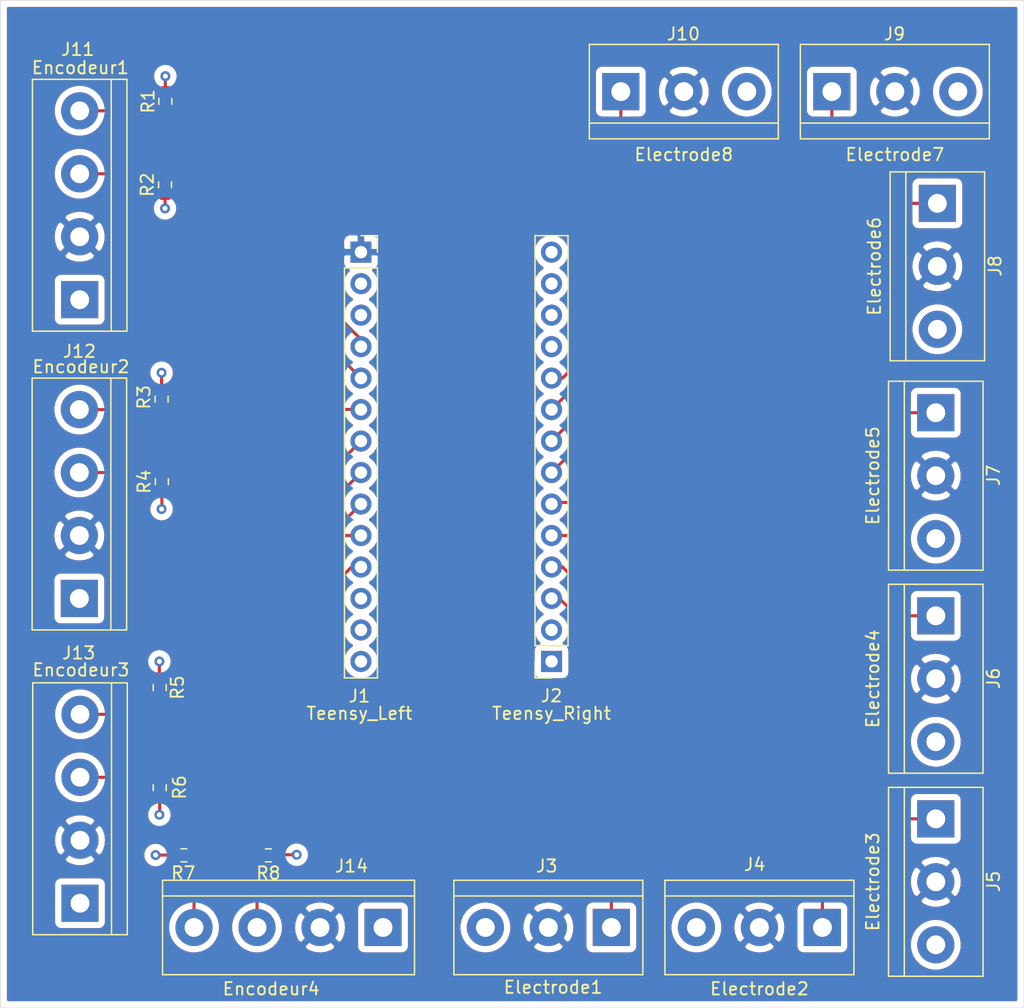
<source format=kicad_pcb>
(kicad_pcb (version 20171130) (host pcbnew "(5.1.10)-1")
  (layers (0 Top signal) (1 GND power hide) (2 5V power hide) (31 Bottom signal hide) (34 B.Paste user) (35 F.Paste user) (36 B.SilkS user) (37 F.SilkS user) (38 B.Mask user) (39 F.Mask user) (44 Edge.Cuts user))
  (net 0 "")
  (net 1 Encodeur4_green)
  (net 2 Encodeur4_red)
  (net 3 Encodeur3_green)
  (net 4 Encodeur3_red)
  (net 5 Encodeur2_green)
  (net 6 Encodeur2_red)
  (net 7 Encodeur1_green)
  (net 8 Encodeur1_red)
  (net 9 GND)
  (net 10 +5V)
  (net 11 +3V3)
  (net 12 Electrode1_signal)
  (net 13 Electrode2_signal)
  (net 14 Electrode8_signal)
  (net 15 Electrode7_signal)
  (net 16 Electrode6_signal)
  (net 17 Electrode5_signal)
  (net 18 Electrode4_signal)
  (net 19 Electrode3_signal)
  (net 20 "Net-(J1-Pad14)")
  (net 21 "Net-(J1-Pad13)")
  (net 22 "Net-(J1-Pad12)")
  (net 23 "Net-(J1-Pad3)")
  (net 24 "Net-(J1-Pad2)")
  (net 25 "Net-(J2-Pad13)")
  (net 26 "Net-(J2-Pad11)")
  (net 27 "Net-(J2-Pad2)")
  (net 28 "Net-(J2-Pad1)")
  (module Connector_PinSocket_2.54mm:PinSocket_1x14_P2.54mm_Vertical (layer Top) (at 140.97 86.36 180)
    (fp_text reference J2 (at 0 -2.77) (layer F.SilkS))
    (fp_text value Teensy_Right (at 0 -4.191) (layer F.SilkS))
    (fp_line (start 0 -1.33) (end 1.33 -1.33) (layer F.SilkS) (width 0.12))
    (fp_line (start 1.33 -1.33) (end 1.33 0) (layer F.SilkS) (width 0.12))
    (fp_line (start 1.33 1.27) (end 1.33 34.35) (layer F.SilkS) (width 0.12))
    (fp_line (start -1.33 34.35) (end 1.33 34.35) (layer F.SilkS) (width 0.12))
    (fp_line (start -1.33 1.27) (end -1.33 34.35) (layer F.SilkS) (width 0.12))
    (fp_line (start -1.33 1.27) (end 1.33 1.27) (layer F.SilkS) (width 0.12))
    (pad 14 thru_hole oval (at 0 33.02 180) (size 1.7 1.7) (drill 1) (layers *.Cu *.Mask) (net 10 +5V))
    (pad 13 thru_hole oval (at 0 30.48 180) (size 1.7 1.7) (drill 1) (layers *.Cu *.Mask) (net 25 "Net-(J2-Pad13)"))
    (pad 12 thru_hole oval (at 0 27.94 180) (size 1.7 1.7) (drill 1) (layers *.Cu *.Mask) (net 11 +3V3))
    (pad 11 thru_hole oval (at 0 25.4 180) (size 1.7 1.7) (drill 1) (layers *.Cu *.Mask) (net 26 "Net-(J2-Pad11)"))
    (pad 10 thru_hole oval (at 0 22.86 180) (size 1.7 1.7) (drill 1) (layers *.Cu *.Mask) (net 14 Electrode8_signal))
    (pad 9 thru_hole oval (at 0 20.32 180) (size 1.7 1.7) (drill 1) (layers *.Cu *.Mask) (net 15 Electrode7_signal))
    (pad 8 thru_hole oval (at 0 17.78 180) (size 1.7 1.7) (drill 1) (layers *.Cu *.Mask) (net 16 Electrode6_signal))
    (pad 7 thru_hole oval (at 0 15.24 180) (size 1.7 1.7) (drill 1) (layers *.Cu *.Mask) (net 17 Electrode5_signal))
    (pad 6 thru_hole oval (at 0 12.7 180) (size 1.7 1.7) (drill 1) (layers *.Cu *.Mask) (net 18 Electrode4_signal))
    (pad 5 thru_hole oval (at 0 10.16 180) (size 1.7 1.7) (drill 1) (layers *.Cu *.Mask) (net 19 Electrode3_signal))
    (pad 4 thru_hole oval (at 0 7.62 180) (size 1.7 1.7) (drill 1) (layers *.Cu *.Mask) (net 13 Electrode2_signal))
    (pad 3 thru_hole oval (at 0 5.08 180) (size 1.7 1.7) (drill 1) (layers *.Cu *.Mask) (net 12 Electrode1_signal))
    (pad 2 thru_hole oval (at 0 2.54 180) (size 1.7 1.7) (drill 1) (layers *.Cu *.Mask) (net 27 "Net-(J2-Pad2)"))
    (pad 1 thru_hole rect (at 0 0 180) (size 1.7 1.7) (drill 1) (layers *.Cu *.Mask) (net 28 "Net-(J2-Pad1)"))
  )
  (module TerminalBlock:TerminalBlock_bornier-3_P5.08mm (layer Top) (at 171.958 66.294 270)
    (fp_text reference J7 (at 5.05 -4.65 90) (layer F.SilkS))
    (fp_text value Electrode5 (at 5.08 5.08 90) (layer F.SilkS))
    (fp_line (start -2.54 3.81) (end 12.7 3.81) (layer F.SilkS) (width 0.12))
    (fp_line (start -2.54 -3.81) (end 12.7 -3.81) (layer F.SilkS) (width 0.12))
    (fp_line (start -2.54 2.54) (end 12.7 2.54) (layer F.SilkS) (width 0.12))
    (fp_line (start 12.7 3.81) (end 12.7 -3.81) (layer F.SilkS) (width 0.12))
    (fp_line (start -2.54 3.81) (end -2.54 -3.81) (layer F.SilkS) (width 0.12))
    (pad 3 thru_hole circle (at 10.16 0 270) (size 3 3) (drill 1.52) (layers *.Cu *.Mask) (net 11 +3V3))
    (pad 2 thru_hole circle (at 5.08 0 270) (size 3 3) (drill 1.52) (layers *.Cu *.Mask) (net 9 GND))
    (pad 1 thru_hole rect (at 0 0 270) (size 3 3) (drill 1.52) (layers *.Cu *.Mask) (net 17 Electrode5_signal))
  )
  (module Connector_PinSocket_2.54mm:PinSocket_1x14_P2.54mm_Vertical (layer Top) (at 125.603 53.34)
    (fp_text reference J1 (at -0.127 35.814) (layer F.SilkS))
    (fp_text value Teensy_Left (at -0.127 37.211) (layer F.SilkS))
    (fp_line (start 0 -1.33) (end 1.33 -1.33) (layer F.SilkS) (width 0.12))
    (fp_line (start 1.33 -1.33) (end 1.33 0) (layer F.SilkS) (width 0.12))
    (fp_line (start 1.33 1.27) (end 1.33 34.35) (layer F.SilkS) (width 0.12))
    (fp_line (start -1.33 34.35) (end 1.33 34.35) (layer F.SilkS) (width 0.12))
    (fp_line (start -1.33 1.27) (end -1.33 34.35) (layer F.SilkS) (width 0.12))
    (fp_line (start -1.33 1.27) (end 1.33 1.27) (layer F.SilkS) (width 0.12))
    (pad 14 thru_hole oval (at 0 33.02) (size 1.7 1.7) (drill 1) (layers *.Cu *.Mask) (net 20 "Net-(J1-Pad14)"))
    (pad 13 thru_hole oval (at 0 30.48) (size 1.7 1.7) (drill 1) (layers *.Cu *.Mask) (net 21 "Net-(J1-Pad13)"))
    (pad 12 thru_hole oval (at 0 27.94) (size 1.7 1.7) (drill 1) (layers *.Cu *.Mask) (net 22 "Net-(J1-Pad12)"))
    (pad 11 thru_hole oval (at 0 25.4) (size 1.7 1.7) (drill 1) (layers *.Cu *.Mask) (net 1 Encodeur4_green))
    (pad 10 thru_hole oval (at 0 22.86) (size 1.7 1.7) (drill 1) (layers *.Cu *.Mask) (net 2 Encodeur4_red))
    (pad 9 thru_hole oval (at 0 20.32) (size 1.7 1.7) (drill 1) (layers *.Cu *.Mask) (net 3 Encodeur3_green))
    (pad 8 thru_hole oval (at 0 17.78) (size 1.7 1.7) (drill 1) (layers *.Cu *.Mask) (net 4 Encodeur3_red))
    (pad 7 thru_hole oval (at 0 15.24) (size 1.7 1.7) (drill 1) (layers *.Cu *.Mask) (net 5 Encodeur2_green))
    (pad 6 thru_hole oval (at 0 12.7) (size 1.7 1.7) (drill 1) (layers *.Cu *.Mask) (net 6 Encodeur2_red))
    (pad 5 thru_hole oval (at 0 10.16) (size 1.7 1.7) (drill 1) (layers *.Cu *.Mask) (net 7 Encodeur1_green))
    (pad 4 thru_hole oval (at 0 7.62) (size 1.7 1.7) (drill 1) (layers *.Cu *.Mask) (net 8 Encodeur1_red))
    (pad 3 thru_hole oval (at 0 5.08) (size 1.7 1.7) (drill 1) (layers *.Cu *.Mask) (net 23 "Net-(J1-Pad3)"))
    (pad 2 thru_hole oval (at 0 2.54) (size 1.7 1.7) (drill 1) (layers *.Cu *.Mask) (net 24 "Net-(J1-Pad2)"))
    (pad 1 thru_hole rect (at 0 0) (size 1.7 1.7) (drill 1) (layers *.Cu *.Mask) (net 9 GND))
  )
  (module TerminalBlock:TerminalBlock_bornier-3_P5.08mm (layer Top) (at 146.558 40.386)
    (fp_text reference J10 (at 5.05 -4.65) (layer F.SilkS))
    (fp_text value Electrode8 (at 5.08 5.08) (layer F.SilkS))
    (fp_line (start -2.54 3.81) (end 12.7 3.81) (layer F.SilkS) (width 0.12))
    (fp_line (start -2.54 -3.81) (end 12.7 -3.81) (layer F.SilkS) (width 0.12))
    (fp_line (start -2.54 2.54) (end 12.7 2.54) (layer F.SilkS) (width 0.12))
    (fp_line (start 12.7 3.81) (end 12.7 -3.81) (layer F.SilkS) (width 0.12))
    (fp_line (start -2.54 3.81) (end -2.54 -3.81) (layer F.SilkS) (width 0.12))
    (pad 3 thru_hole circle (at 10.16 0) (size 3 3) (drill 1.52) (layers *.Cu *.Mask) (net 11 +3V3))
    (pad 2 thru_hole circle (at 5.08 0) (size 3 3) (drill 1.52) (layers *.Cu *.Mask) (net 9 GND))
    (pad 1 thru_hole rect (at 0 0) (size 3 3) (drill 1.52) (layers *.Cu *.Mask) (net 14 Electrode8_signal))
  )
  (module TerminalBlock:TerminalBlock_bornier-3_P5.08mm (layer Top) (at 163.576 40.386)
    (fp_text reference J9 (at 5.05 -4.65) (layer F.SilkS))
    (fp_text value Electrode7 (at 5.08 5.08) (layer F.SilkS))
    (fp_line (start -2.54 3.81) (end 12.7 3.81) (layer F.SilkS) (width 0.12))
    (fp_line (start -2.54 -3.81) (end 12.7 -3.81) (layer F.SilkS) (width 0.12))
    (fp_line (start -2.54 2.54) (end 12.7 2.54) (layer F.SilkS) (width 0.12))
    (fp_line (start 12.7 3.81) (end 12.7 -3.81) (layer F.SilkS) (width 0.12))
    (fp_line (start -2.54 3.81) (end -2.54 -3.81) (layer F.SilkS) (width 0.12))
    (pad 3 thru_hole circle (at 10.16 0) (size 3 3) (drill 1.52) (layers *.Cu *.Mask) (net 11 +3V3))
    (pad 2 thru_hole circle (at 5.08 0) (size 3 3) (drill 1.52) (layers *.Cu *.Mask) (net 9 GND))
    (pad 1 thru_hole rect (at 0 0) (size 3 3) (drill 1.52) (layers *.Cu *.Mask) (net 15 Electrode7_signal))
  )
  (module TerminalBlock:TerminalBlock_bornier-3_P5.08mm (layer Top) (at 172.085 49.403 270)
    (fp_text reference J8 (at 5.05 -4.65 90) (layer F.SilkS))
    (fp_text value Electrode6 (at 5.08 5.08 90) (layer F.SilkS))
    (fp_line (start -2.54 3.81) (end 12.7 3.81) (layer F.SilkS) (width 0.12))
    (fp_line (start -2.54 -3.81) (end 12.7 -3.81) (layer F.SilkS) (width 0.12))
    (fp_line (start -2.54 2.54) (end 12.7 2.54) (layer F.SilkS) (width 0.12))
    (fp_line (start 12.7 3.81) (end 12.7 -3.81) (layer F.SilkS) (width 0.12))
    (fp_line (start -2.54 3.81) (end -2.54 -3.81) (layer F.SilkS) (width 0.12))
    (pad 3 thru_hole circle (at 10.16 0 270) (size 3 3) (drill 1.52) (layers *.Cu *.Mask) (net 11 +3V3))
    (pad 2 thru_hole circle (at 5.08 0 270) (size 3 3) (drill 1.52) (layers *.Cu *.Mask) (net 9 GND))
    (pad 1 thru_hole rect (at 0 0 270) (size 3 3) (drill 1.52) (layers *.Cu *.Mask) (net 16 Electrode6_signal))
  )
  (module TerminalBlock:TerminalBlock_bornier-3_P5.08mm (layer Top) (at 171.958 82.677 270)
    (fp_text reference J6 (at 5.05 -4.65 90) (layer F.SilkS))
    (fp_text value Electrode4 (at 5.08 5.08 90) (layer F.SilkS))
    (fp_line (start -2.54 3.81) (end 12.7 3.81) (layer F.SilkS) (width 0.12))
    (fp_line (start -2.54 -3.81) (end 12.7 -3.81) (layer F.SilkS) (width 0.12))
    (fp_line (start -2.54 2.54) (end 12.7 2.54) (layer F.SilkS) (width 0.12))
    (fp_line (start 12.7 3.81) (end 12.7 -3.81) (layer F.SilkS) (width 0.12))
    (fp_line (start -2.54 3.81) (end -2.54 -3.81) (layer F.SilkS) (width 0.12))
    (pad 3 thru_hole circle (at 10.16 0 270) (size 3 3) (drill 1.52) (layers *.Cu *.Mask) (net 11 +3V3))
    (pad 2 thru_hole circle (at 5.08 0 270) (size 3 3) (drill 1.52) (layers *.Cu *.Mask) (net 9 GND))
    (pad 1 thru_hole rect (at 0 0 270) (size 3 3) (drill 1.52) (layers *.Cu *.Mask) (net 18 Electrode4_signal))
  )
  (module TerminalBlock:TerminalBlock_bornier-3_P5.08mm (layer Top) (at 171.958 99.06 270)
    (fp_text reference J5 (at 5.05 -4.65 90) (layer F.SilkS))
    (fp_text value Electrode3 (at 5.08 5.08 90) (layer F.SilkS))
    (fp_line (start -2.54 3.81) (end 12.7 3.81) (layer F.SilkS) (width 0.12))
    (fp_line (start -2.54 -3.81) (end 12.7 -3.81) (layer F.SilkS) (width 0.12))
    (fp_line (start -2.54 2.54) (end 12.7 2.54) (layer F.SilkS) (width 0.12))
    (fp_line (start 12.7 3.81) (end 12.7 -3.81) (layer F.SilkS) (width 0.12))
    (fp_line (start -2.54 3.81) (end -2.54 -3.81) (layer F.SilkS) (width 0.12))
    (pad 3 thru_hole circle (at 10.16 0 270) (size 3 3) (drill 1.52) (layers *.Cu *.Mask) (net 11 +3V3))
    (pad 2 thru_hole circle (at 5.08 0 270) (size 3 3) (drill 1.52) (layers *.Cu *.Mask) (net 9 GND))
    (pad 1 thru_hole rect (at 0 0 270) (size 3 3) (drill 1.52) (layers *.Cu *.Mask) (net 19 Electrode3_signal))
  )
  (module Resistor_SMD:R_0603_1608Metric (layer Top) (at 118.1354 102.0064 180)
    (fp_text reference R8 (at 0 -1.43) (layer F.SilkS))
    (fp_text value 10k)
    (fp_line (start -0.237258 -0.5225) (end 0.237258 -0.5225) (layer F.SilkS) (width 0.12))
    (fp_line (start -0.237258 0.5225) (end 0.237258 0.5225) (layer F.SilkS) (width 0.12))
    (pad 2 smd roundrect (at 0.825 0 180) (size 0.8 0.95) (layers Top F.Paste F.Mask) (net 1 Encodeur4_green))
    (pad 1 smd roundrect (at -0.825 0 180) (size 0.8 0.95) (layers Top F.Paste F.Mask) (net 10 +5V))
  )
  (module Resistor_SMD:R_0603_1608Metric (layer Top) (at 111.3282 102.0064)
    (fp_text reference R7 (at -0.0508 1.4224) (layer F.SilkS))
    (fp_text value 10k)
    (fp_line (start -0.237258 -0.5225) (end 0.237258 -0.5225) (layer F.SilkS) (width 0.12))
    (fp_line (start -0.237258 0.5225) (end 0.237258 0.5225) (layer F.SilkS) (width 0.12))
    (pad 2 smd roundrect (at 0.825 0) (size 0.8 0.95) (layers Top F.Paste F.Mask) (net 2 Encodeur4_red))
    (pad 1 smd roundrect (at -0.825 0) (size 0.8 0.95) (layers Top F.Paste F.Mask) (net 10 +5V))
  )
  (module Resistor_SMD:R_0603_1608Metric (layer Top) (at 109.3724 96.5454 90)
    (fp_text reference R6 (at 0.0254 1.6002 90) (layer F.SilkS))
    (fp_text value 10k)
    (fp_line (start -0.237258 -0.5225) (end 0.237258 -0.5225) (layer F.SilkS) (width 0.12))
    (fp_line (start -0.237258 0.5225) (end 0.237258 0.5225) (layer F.SilkS) (width 0.12))
    (pad 2 smd roundrect (at 0.825 0 90) (size 0.8 0.95) (layers Top F.Paste F.Mask) (net 3 Encodeur3_green))
    (pad 1 smd roundrect (at -0.825 0 90) (size 0.8 0.95) (layers Top F.Paste F.Mask) (net 10 +5V))
  )
  (module Resistor_SMD:R_0603_1608Metric (layer Top) (at 109.3724 88.4682 270)
    (fp_text reference R5 (at 0 -1.43 90) (layer F.SilkS))
    (fp_text value 10k)
    (fp_line (start -0.237258 -0.5225) (end 0.237258 -0.5225) (layer F.SilkS) (width 0.12))
    (fp_line (start -0.237258 0.5225) (end 0.237258 0.5225) (layer F.SilkS) (width 0.12))
    (pad 2 smd roundrect (at 0.825 0 270) (size 0.8 0.95) (layers Top F.Paste F.Mask) (net 4 Encodeur3_red))
    (pad 1 smd roundrect (at -0.825 0 270) (size 0.8 0.95) (layers Top F.Paste F.Mask) (net 10 +5V))
  )
  (module Resistor_SMD:R_0603_1608Metric (layer Top) (at 109.5502 71.8566 90)
    (fp_text reference R4 (at 0 -1.43 90) (layer F.SilkS))
    (fp_text value 10k)
    (fp_line (start -0.237258 -0.5225) (end 0.237258 -0.5225) (layer F.SilkS) (width 0.12))
    (fp_line (start -0.237258 0.5225) (end 0.237258 0.5225) (layer F.SilkS) (width 0.12))
    (pad 2 smd roundrect (at 0.825 0 90) (size 0.8 0.95) (layers Top F.Paste F.Mask) (net 5 Encodeur2_green))
    (pad 1 smd roundrect (at -0.825 0 90) (size 0.8 0.95) (layers Top F.Paste F.Mask) (net 10 +5V))
  )
  (module Resistor_SMD:R_0603_1608Metric (layer Top) (at 109.5248 65.2018 270)
    (fp_text reference R3 (at -0.1524 1.4224 90) (layer F.SilkS))
    (fp_text value 10k)
    (fp_line (start -0.237258 -0.5225) (end 0.237258 -0.5225) (layer F.SilkS) (width 0.12))
    (fp_line (start -0.237258 0.5225) (end 0.237258 0.5225) (layer F.SilkS) (width 0.12))
    (pad 2 smd roundrect (at 0.825 0 270) (size 0.8 0.95) (layers Top F.Paste F.Mask) (net 6 Encodeur2_red))
    (pad 1 smd roundrect (at -0.825 0 270) (size 0.8 0.95) (layers Top F.Paste F.Mask) (net 10 +5V))
  )
  (module Resistor_SMD:R_0603_1608Metric (layer Top) (at 109.8042 47.9044 90)
    (fp_text reference R2 (at 0 -1.43 90) (layer F.SilkS))
    (fp_text value 10k)
    (fp_line (start -0.237258 -0.5225) (end 0.237258 -0.5225) (layer F.SilkS) (width 0.12))
    (fp_line (start -0.237258 0.5225) (end 0.237258 0.5225) (layer F.SilkS) (width 0.12))
    (pad 2 smd roundrect (at 0.825 0 90) (size 0.8 0.95) (layers Top F.Paste F.Mask) (net 7 Encodeur1_green))
    (pad 1 smd roundrect (at -0.825 0 90) (size 0.8 0.95) (layers Top F.Paste F.Mask) (net 10 +5V))
  )
  (module Resistor_SMD:R_0603_1608Metric (layer Top) (at 109.8296 41.1734 270)
    (fp_text reference R1 (at 0 1.397 90) (layer F.SilkS))
    (fp_text value 10k)
    (fp_line (start -0.237258 -0.5225) (end 0.237258 -0.5225) (layer F.SilkS) (width 0.12))
    (fp_line (start -0.237258 0.5225) (end 0.237258 0.5225) (layer F.SilkS) (width 0.12))
    (pad 2 smd roundrect (at 0.825 0 270) (size 0.8 0.95) (layers Top F.Paste F.Mask) (net 8 Encodeur1_red))
    (pad 1 smd roundrect (at -0.825 0 270) (size 0.8 0.95) (layers Top F.Paste F.Mask) (net 10 +5V))
  )
  (module TerminalBlock:TerminalBlock_bornier-4_P5.08mm (layer Top) (at 127.381 107.823 180)
    (fp_text reference J14 (at 2.54 4.953) (layer F.SilkS))
    (fp_text value Encodeur4 (at 9.017 -4.953) (layer F.SilkS))
    (fp_line (start -2.54 -3.81) (end -2.54 3.81) (layer F.SilkS) (width 0.12))
    (fp_line (start 17.78 3.81) (end 17.78 -3.81) (layer F.SilkS) (width 0.12))
    (fp_line (start 17.78 2.54) (end -2.54 2.54) (layer F.SilkS) (width 0.12))
    (fp_line (start -2.54 -3.81) (end 17.78 -3.81) (layer F.SilkS) (width 0.12))
    (fp_line (start -2.54 3.81) (end 17.78 3.81) (layer F.SilkS) (width 0.12))
    (pad 4 thru_hole circle (at 15.24 0 180) (size 3 3) (drill 1.52) (layers *.Cu *.Mask) (net 2 Encodeur4_red))
    (pad 1 thru_hole rect (at 0 0 180) (size 3 3) (drill 1.52) (layers *.Cu *.Mask) (net 10 +5V))
    (pad 3 thru_hole circle (at 10.16 0 180) (size 3 3) (drill 1.52) (layers *.Cu *.Mask) (net 1 Encodeur4_green))
    (pad 2 thru_hole circle (at 5.08 0 180) (size 3 3) (drill 1.52) (layers *.Cu *.Mask) (net 9 GND))
  )
  (module TerminalBlock:TerminalBlock_bornier-4_P5.08mm (layer Top) (at 102.9462 105.8672 90)
    (fp_text reference J13 (at 20.193 -0.1016 180) (layer F.SilkS))
    (fp_text value Encodeur3 (at 18.8214 0.0762 180) (layer F.SilkS))
    (fp_line (start -2.54 -3.81) (end -2.54 3.81) (layer F.SilkS) (width 0.12))
    (fp_line (start 17.78 3.81) (end 17.78 -3.81) (layer F.SilkS) (width 0.12))
    (fp_line (start 17.78 2.54) (end -2.54 2.54) (layer F.SilkS) (width 0.12))
    (fp_line (start -2.54 -3.81) (end 17.78 -3.81) (layer F.SilkS) (width 0.12))
    (fp_line (start -2.54 3.81) (end 17.78 3.81) (layer F.SilkS) (width 0.12))
    (pad 4 thru_hole circle (at 15.24 0 90) (size 3 3) (drill 1.52) (layers *.Cu *.Mask) (net 4 Encodeur3_red))
    (pad 1 thru_hole rect (at 0 0 90) (size 3 3) (drill 1.52) (layers *.Cu *.Mask) (net 10 +5V))
    (pad 3 thru_hole circle (at 10.16 0 90) (size 3 3) (drill 1.52) (layers *.Cu *.Mask) (net 3 Encodeur3_green))
    (pad 2 thru_hole circle (at 5.08 0 90) (size 3 3) (drill 1.52) (layers *.Cu *.Mask) (net 9 GND))
  )
  (module TerminalBlock:TerminalBlock_bornier-4_P5.08mm (layer Top) (at 102.8954 81.28 90)
    (fp_text reference J12 (at 19.939 0 180) (layer F.SilkS))
    (fp_text value Encodeur2 (at 18.6944 0.127 180) (layer F.SilkS))
    (fp_line (start -2.54 -3.81) (end -2.54 3.81) (layer F.SilkS) (width 0.12))
    (fp_line (start 17.78 3.81) (end 17.78 -3.81) (layer F.SilkS) (width 0.12))
    (fp_line (start 17.78 2.54) (end -2.54 2.54) (layer F.SilkS) (width 0.12))
    (fp_line (start -2.54 -3.81) (end 17.78 -3.81) (layer F.SilkS) (width 0.12))
    (fp_line (start -2.54 3.81) (end 17.78 3.81) (layer F.SilkS) (width 0.12))
    (pad 4 thru_hole circle (at 15.24 0 90) (size 3 3) (drill 1.52) (layers *.Cu *.Mask) (net 6 Encodeur2_red))
    (pad 1 thru_hole rect (at 0 0 90) (size 3 3) (drill 1.52) (layers *.Cu *.Mask) (net 10 +5V))
    (pad 3 thru_hole circle (at 10.16 0 90) (size 3 3) (drill 1.52) (layers *.Cu *.Mask) (net 5 Encodeur2_green))
    (pad 2 thru_hole circle (at 5.08 0 90) (size 3 3) (drill 1.52) (layers *.Cu *.Mask) (net 9 GND))
  )
  (module TerminalBlock:TerminalBlock_bornier-4_P5.08mm (layer Top) (at 102.9208 57.1754 90)
    (fp_text reference J11 (at 20.193 -0.1524 180) (layer F.SilkS))
    (fp_text value Encodeur1 (at 18.7198 0.0508 180) (layer F.SilkS))
    (fp_line (start -2.54 -3.81) (end -2.54 3.81) (layer F.SilkS) (width 0.12))
    (fp_line (start 17.78 3.81) (end 17.78 -3.81) (layer F.SilkS) (width 0.12))
    (fp_line (start 17.78 2.54) (end -2.54 2.54) (layer F.SilkS) (width 0.12))
    (fp_line (start -2.54 -3.81) (end 17.78 -3.81) (layer F.SilkS) (width 0.12))
    (fp_line (start -2.54 3.81) (end 17.78 3.81) (layer F.SilkS) (width 0.12))
    (pad 4 thru_hole circle (at 15.24 0 90) (size 3 3) (drill 1.52) (layers *.Cu *.Mask) (net 8 Encodeur1_red))
    (pad 1 thru_hole rect (at 0 0 90) (size 3 3) (drill 1.52) (layers *.Cu *.Mask) (net 10 +5V))
    (pad 3 thru_hole circle (at 10.16 0 90) (size 3 3) (drill 1.52) (layers *.Cu *.Mask) (net 7 Encodeur1_green))
    (pad 2 thru_hole circle (at 5.08 0 90) (size 3 3) (drill 1.52) (layers *.Cu *.Mask) (net 9 GND))
  )
  (module TerminalBlock:TerminalBlock_bornier-3_P5.08mm (layer Top) (at 162.814 107.823 180)
    (fp_text reference J4 (at 5.461 5.08) (layer F.SilkS))
    (fp_text value Electrode2 (at 5.08 -4.953) (layer F.SilkS))
    (fp_line (start -2.54 3.81) (end -2.54 -3.81) (layer F.SilkS) (width 0.12))
    (fp_line (start 12.7 3.81) (end 12.7 -3.81) (layer F.SilkS) (width 0.12))
    (fp_line (start -2.54 2.54) (end 12.7 2.54) (layer F.SilkS) (width 0.12))
    (fp_line (start -2.54 -3.81) (end 12.7 -3.81) (layer F.SilkS) (width 0.12))
    (fp_line (start -2.54 3.81) (end 12.7 3.81) (layer F.SilkS) (width 0.12))
    (pad 3 thru_hole circle (at 10.16 0 180) (size 3 3) (drill 1.52) (layers *.Cu *.Mask) (net 11 +3V3))
    (pad 2 thru_hole circle (at 5.08 0 180) (size 3 3) (drill 1.52) (layers *.Cu *.Mask) (net 9 GND))
    (pad 1 thru_hole rect (at 0 0 180) (size 3 3) (drill 1.52) (layers *.Cu *.Mask) (net 13 Electrode2_signal))
  )
  (module TerminalBlock:TerminalBlock_bornier-3_P5.08mm (layer Top) (at 145.796 107.823 180)
    (fp_text reference J3 (at 5.207 4.953) (layer F.SilkS))
    (fp_text value Electrode1 (at 4.699 -4.826) (layer F.SilkS))
    (fp_line (start -2.54 3.81) (end -2.54 -3.81) (layer F.SilkS) (width 0.12))
    (fp_line (start 12.7 3.81) (end 12.7 -3.81) (layer F.SilkS) (width 0.12))
    (fp_line (start -2.54 2.54) (end 12.7 2.54) (layer F.SilkS) (width 0.12))
    (fp_line (start -2.54 -3.81) (end 12.7 -3.81) (layer F.SilkS) (width 0.12))
    (fp_line (start -2.54 3.81) (end 12.7 3.81) (layer F.SilkS) (width 0.12))
    (pad 3 thru_hole circle (at 10.16 0 180) (size 3 3) (drill 1.52) (layers *.Cu *.Mask) (net 11 +3V3))
    (pad 2 thru_hole circle (at 5.08 0 180) (size 3 3) (drill 1.52) (layers *.Cu *.Mask) (net 9 GND))
    (pad 1 thru_hole rect (at 0 0 180) (size 3 3) (drill 1.52) (layers *.Cu *.Mask) (net 12 Electrode1_signal))
  )
  (gr_line (start 179.07 114.3) (end 179.07 33.02) (layer Edge.Cuts) (width 0.05))
  (gr_line (start 96.52 114.3) (end 179.07 114.3) (layer Edge.Cuts) (width 0.05))
  (gr_line (start 96.52 33.02) (end 96.52 114.3) (layer Edge.Cuts) (width 0.05))
  (gr_line (start 179.07 33.02) (end 96.52 33.02) (layer Edge.Cuts) (width 0.05))
  (segment (start 117.221 102.0958) (end 117.3104 102.0064) (width 0.25) (layer Top) (net 1))
  (segment (start 117.221 107.823) (end 117.221 102.0958) (width 0.25) (layer Top) (net 1))
  (segment (start 124.841 78.74) (end 125.603 78.74) (width 0.25) (layer Top) (net 1))
  (segment (start 117.3104 86.2706) (end 124.841 78.74) (width 0.25) (layer Top) (net 1))
  (segment (start 117.3104 102.0064) (end 117.3104 86.2706) (width 0.25) (layer Top) (net 1))
  (segment (start 112.1664 101.9932) (end 112.1532 102.0064) (width 0.25) (layer Top) (net 2))
  (segment (start 112.268 101.8916) (end 112.1532 102.0064) (width 0.25) (layer Top) (net 2))
  (segment (start 112.141 102.0186) (end 112.1532 102.0064) (width 0.25) (layer Top) (net 2))
  (segment (start 112.141 107.823) (end 112.141 102.0186) (width 0.25) (layer Top) (net 2))
  (segment (start 112.1532 102.0064) (end 112.1532 90.0308) (width 0.25) (layer Top) (net 2))
  (segment (start 112.1532 90.0308) (end 119.888 82.296) (width 0.25) (layer Top) (net 2))
  (segment (start 119.888 82.296) (end 119.888 80.645) (width 0.25) (layer Top) (net 2))
  (segment (start 124.333 76.2) (end 125.603 76.2) (width 0.25) (layer Top) (net 2))
  (segment (start 119.888 80.645) (end 124.333 76.2) (width 0.25) (layer Top) (net 2))
  (segment (start 125.60159 73.78841) (end 125.73 73.66) (width 0.25) (layer Top) (net 3))
  (segment (start 125.47459 73.78841) (end 125.603 73.66) (width 0.25) (layer Top) (net 3))
  (segment (start 109.3592 95.7072) (end 109.3724 95.7204) (width 0.25) (layer Top) (net 3))
  (segment (start 102.9462 95.7072) (end 109.3592 95.7072) (width 0.25) (layer Top) (net 3))
  (segment (start 118.872 80.391) (end 125.603 73.66) (width 0.25) (layer Top) (net 3))
  (segment (start 118.872 82.0674) (end 118.872 80.391) (width 0.25) (layer Top) (net 3))
  (segment (start 109.3724 91.567) (end 118.872 82.0674) (width 0.25) (layer Top) (net 3))
  (segment (start 109.3724 95.7204) (end 109.3724 91.567) (width 0.25) (layer Top) (net 3))
  (segment (start 109.3348 89.2556) (end 109.3724 89.2932) (width 0.25) (layer Top) (net 4))
  (segment (start 108.0384 90.6272) (end 109.3724 89.2932) (width 0.25) (layer Top) (net 4))
  (segment (start 102.9462 90.6272) (end 108.0384 90.6272) (width 0.25) (layer Top) (net 4))
  (segment (start 109.3724 89.2932) (end 110.554 89.2932) (width 0.25) (layer Top) (net 4))
  (segment (start 110.554 89.2932) (end 118.0846 81.7626) (width 0.25) (layer Top) (net 4))
  (segment (start 118.0846 78.6384) (end 125.603 71.12) (width 0.25) (layer Top) (net 4))
  (segment (start 118.0846 81.7626) (end 118.0846 78.6384) (width 0.25) (layer Top) (net 4))
  (segment (start 109.4618 71.12) (end 109.5502 71.0316) (width 0.25) (layer Top) (net 5))
  (segment (start 102.8954 71.12) (end 109.4618 71.12) (width 0.25) (layer Top) (net 5))
  (segment (start 123.1514 71.0316) (end 125.603 68.58) (width 0.25) (layer Top) (net 5))
  (segment (start 109.5502 71.0316) (end 123.1514 71.0316) (width 0.25) (layer Top) (net 5))
  (segment (start 109.5116 66.04) (end 109.5248 66.0268) (width 0.25) (layer Top) (net 6))
  (segment (start 102.8954 66.04) (end 109.5116 66.04) (width 0.25) (layer Top) (net 6))
  (segment (start 125.5898 66.0268) (end 125.603 66.04) (width 0.25) (layer Top) (net 6))
  (segment (start 109.5248 66.0268) (end 125.5898 66.0268) (width 0.25) (layer Top) (net 6))
  (segment (start 109.7402 47.0154) (end 109.8042 47.0794) (width 0.25) (layer Top) (net 7))
  (segment (start 102.9208 47.0154) (end 109.7402 47.0154) (width 0.25) (layer Top) (net 7))
  (segment (start 109.8042 47.0794) (end 123.19 60.4652) (width 0.25) (layer Top) (net 7))
  (segment (start 123.19 61.087) (end 125.603 63.5) (width 0.25) (layer Top) (net 7))
  (segment (start 123.19 60.4652) (end 123.19 61.087) (width 0.25) (layer Top) (net 7))
  (segment (start 109.7666 41.9354) (end 109.8296 41.9984) (width 0.25) (layer Top) (net 8))
  (segment (start 102.9208 41.9354) (end 109.7666 41.9354) (width 0.25) (layer Top) (net 8))
  (segment (start 109.8296 41.9984) (end 109.8296 44.6024) (width 0.25) (layer Top) (net 8))
  (segment (start 125.603 60.3758) (end 125.603 60.96) (width 0.25) (layer Top) (net 8))
  (segment (start 109.8296 44.6024) (end 125.603 60.3758) (width 0.25) (layer Top) (net 8))
  (via (at 109.5248 63.0682) (size 0.8) (drill 0.4) (layers Top Bottom) (net 10))
  (via (at 109.5248 74.0664) (size 0.8) (drill 0.4) (layers Top Bottom) (net 10))
  (via (at 109.347 98.7298) (size 0.8) (drill 0.4) (layers Top Bottom) (net 10))
  (via (at 109.8296 39.1414) (size 0.8) (drill 0.4) (layers Top Bottom) (net 10))
  (via (at 109.347 86.36) (size 0.8) (drill 0.4) (layers Top Bottom) (net 10))
  (via (at 109.0422 101.981) (size 0.8) (drill 0.4) (layers Top Bottom) (net 10))
  (segment (start 109.7666 40.4114) (end 109.8296 40.3484) (width 0.25) (layer Top) (net 10))
  (segment (start 141.351 53.34) (end 141.224 53.467) (width 0.25) (layer Top) (net 10))
  (segment (start 109.8296 39.1414) (end 109.8296 40.3484) (width 0.25) (layer Top) (net 10))
  (segment (start 118.9858 101.981) (end 118.9604 102.0064) (width 0.25) (layer Top) (net 10))
  (segment (start 110.4778 101.981) (end 110.5032 102.0064) (width 0.25) (layer Top) (net 10))
  (segment (start 109.0422 101.981) (end 110.4778 101.981) (width 0.25) (layer Top) (net 10))
  (segment (start 119.0112 101.9556) (end 118.9604 102.0064) (width 0.25) (layer Top) (net 10))
  (segment (start 120.4214 101.9556) (end 120.4214 101.9556) (width 0.25) (layer Top) (net 10))
  (segment (start 120.4214 101.9556) (end 119.0112 101.9556) (width 0.25) (layer Top) (net 10))
  (via (at 120.4214 101.9556) (size 0.8) (drill 0.4) (layers Top Bottom) (net 10))
  (segment (start 109.3724 98.7044) (end 109.347 98.7298) (width 0.25) (layer Top) (net 10))
  (segment (start 109.3724 97.3704) (end 109.3724 98.7044) (width 0.25) (layer Top) (net 10))
  (segment (start 109.347 87.6178) (end 109.3724 87.6432) (width 0.25) (layer Top) (net 10))
  (segment (start 109.347 86.36) (end 109.347 87.6178) (width 0.25) (layer Top) (net 10))
  (segment (start 109.5248 63.0682) (end 109.5248 64.3768) (width 0.25) (layer Top) (net 10))
  (segment (start 109.5502 74.041) (end 109.5248 74.0664) (width 0.25) (layer Top) (net 10))
  (segment (start 109.5502 72.6816) (end 109.5502 74.041) (width 0.25) (layer Top) (net 10))
  (segment (start 109.8042 48.7294) (end 109.8042 49.8094) (width 0.25) (layer Top) (net 10))
  (segment (start 109.8042 49.8094) (end 109.8042 49.8094) (width 0.25) (layer Top) (net 10))
  (via (at 109.8042 49.8094) (size 0.8) (drill 0.4) (layers Top Bottom) (net 10))
  (segment (start 141.351 58.42) (end 141.224 58.547) (width 0.25) (layer Top) (net 11))
  (segment (start 141.351 81.28) (end 141.224 81.407) (width 0.25) (layer Top) (net 12))
  (segment (start 141.605 81.28) (end 140.97 81.28) (width 0.25) (layer Top) (net 12))
  (segment (start 145.796 85.471) (end 141.605 81.28) (width 0.25) (layer Top) (net 12))
  (segment (start 145.796 107.823) (end 145.796 85.471) (width 0.25) (layer Top) (net 12))
  (segment (start 141.351 78.74) (end 141.224 78.867) (width 0.25) (layer Top) (net 13))
  (segment (start 141.859 78.74) (end 140.97 78.74) (width 0.25) (layer Top) (net 13))
  (segment (start 162.814 99.695) (end 141.859 78.74) (width 0.25) (layer Top) (net 13))
  (segment (start 162.814 107.823) (end 162.814 99.695) (width 0.25) (layer Top) (net 13))
  (segment (start 141.859 63.5) (end 140.97 63.5) (width 0.25) (layer Top) (net 14))
  (segment (start 143.764 61.595) (end 141.859 63.5) (width 0.25) (layer Top) (net 14))
  (segment (start 143.764 49.784) (end 143.764 61.595) (width 0.25) (layer Top) (net 14))
  (segment (start 146.558 46.99) (end 143.764 49.784) (width 0.25) (layer Top) (net 14))
  (segment (start 146.558 40.386) (end 146.558 46.99) (width 0.25) (layer Top) (net 14))
  (segment (start 141.351 66.04) (end 141.224 66.167) (width 0.25) (layer Top) (net 15))
  (segment (start 163.576 43.434) (end 163.576 40.386) (width 0.25) (layer Top) (net 15))
  (segment (start 140.97 66.04) (end 163.576 43.434) (width 0.25) (layer Top) (net 15))
  (segment (start 160.147 49.403) (end 140.97 68.58) (width 0.25) (layer Top) (net 16))
  (segment (start 160.147 49.403) (end 172.085 49.403) (width 0.25) (layer Top) (net 16))
  (segment (start 141.351 71.12) (end 141.224 71.247) (width 0.25) (layer Top) (net 17))
  (segment (start 145.796 66.294) (end 140.97 71.12) (width 0.25) (layer Top) (net 17))
  (segment (start 171.958 66.294) (end 145.796 66.294) (width 0.25) (layer Top) (net 17))
  (segment (start 141.514999 74.204999) (end 140.97 73.66) (width 0.25) (layer Bottom) (net 18))
  (segment (start 141.097 73.533) (end 140.97 73.66) (width 0.25) (layer Top) (net 18))
  (segment (start 145.288 73.533) (end 141.097 73.533) (width 0.25) (layer Top) (net 18))
  (segment (start 154.432 82.677) (end 145.288 73.533) (width 0.25) (layer Top) (net 18))
  (segment (start 171.958 82.677) (end 154.432 82.677) (width 0.25) (layer Top) (net 18))
  (segment (start 141.351 76.2) (end 141.224 76.327) (width 0.25) (layer Top) (net 19))
  (segment (start 144.018 76.2) (end 140.97 76.2) (width 0.25) (layer Top) (net 19))
  (segment (start 166.878 99.06) (end 144.018 76.2) (width 0.25) (layer Top) (net 19))
  (segment (start 171.958 99.06) (end 166.878 99.06) (width 0.25) (layer Top) (net 19))
  (zone (net 9) (net_name GND) (layer Top) (connect_pads (clearance 0.508)) (min_thickness 0.254) (fill yes (arc_segments 32) (thermal_gap 0.508) (thermal_bridge_width 0.508))
    (polygon (pts (xy 179.07 114.3) (xy 96.52 114.3) (xy 96.52 33.02) (xy 179.07 33.02)))
  )
  (zone (net 9) (net_name GND) (layer Bottom) (connect_pads (clearance 0.508)) (min_thickness 0.254) (fill yes (arc_segments 32) (thermal_gap 0.508) (thermal_bridge_width 0.508))
    (polygon (pts (xy 179.07 114.3) (xy 96.52 114.3) (xy 96.52 33.02) (xy 179.07 33.02)))
  )
)
</source>
